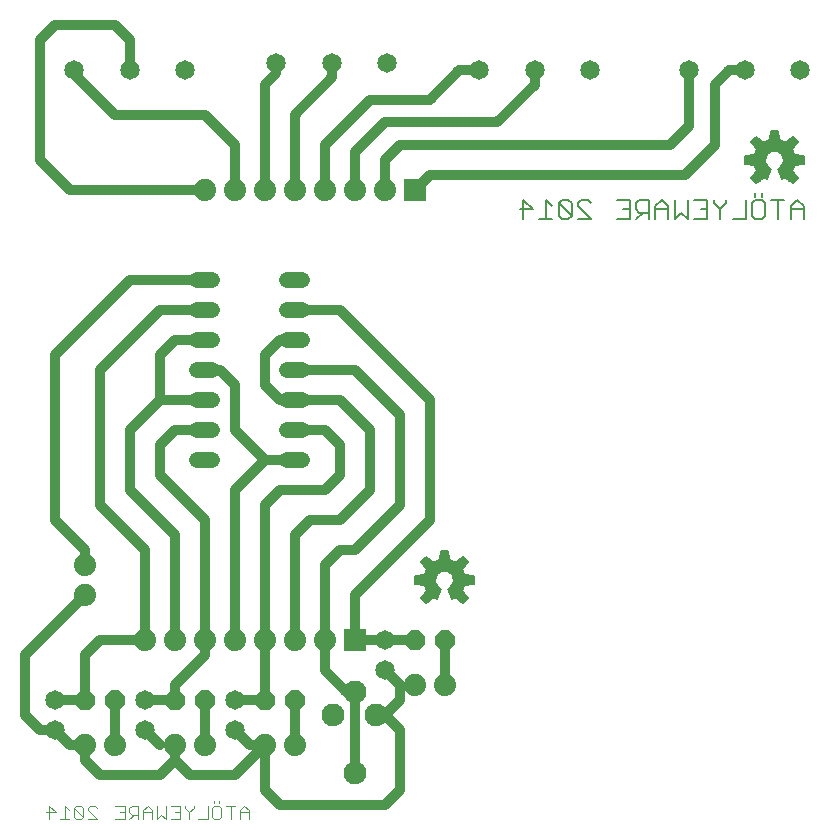
<source format=gbl>
G75*
%MOIN*%
%OFA0B0*%
%FSLAX24Y24*%
%IPPOS*%
%LPD*%
%AMOC8*
5,1,8,0,0,1.08239X$1,22.5*
%
%ADD10C,0.0060*%
%ADD11C,0.0040*%
%ADD12OC8,0.0660*%
%ADD13C,0.0650*%
%ADD14C,0.0520*%
%ADD15C,0.0740*%
%ADD16R,0.0740X0.0740*%
%ADD17C,0.0760*%
%ADD18C,0.0059*%
%ADD19C,0.0650*%
%ADD20C,0.0320*%
D10*
X018251Y024530D02*
X018251Y025171D01*
X018571Y024850D01*
X018144Y024850D01*
X018789Y024530D02*
X019216Y024530D01*
X019002Y024530D02*
X019002Y025171D01*
X019216Y024957D01*
X019433Y025064D02*
X019433Y024637D01*
X019540Y024530D01*
X019754Y024530D01*
X019860Y024637D01*
X019433Y025064D01*
X019540Y025171D01*
X019754Y025171D01*
X019860Y025064D01*
X019860Y024637D01*
X020078Y024530D02*
X020505Y024530D01*
X020078Y024957D01*
X020078Y025064D01*
X020185Y025171D01*
X020398Y025171D01*
X020505Y025064D01*
X021367Y025171D02*
X021794Y025171D01*
X021794Y024530D01*
X021367Y024530D01*
X021581Y024850D02*
X021794Y024850D01*
X022012Y024850D02*
X022012Y025064D01*
X022118Y025171D01*
X022439Y025171D01*
X022439Y024530D01*
X022439Y024744D02*
X022118Y024744D01*
X022012Y024850D01*
X022225Y024744D02*
X022012Y024530D01*
X022656Y024530D02*
X022656Y024957D01*
X022870Y025171D01*
X023083Y024957D01*
X023083Y024530D01*
X023301Y024530D02*
X023301Y025171D01*
X023083Y024850D02*
X022656Y024850D01*
X023301Y024530D02*
X023514Y024744D01*
X023728Y024530D01*
X023728Y025171D01*
X023945Y025171D02*
X024372Y025171D01*
X024372Y024530D01*
X023945Y024530D01*
X024159Y024850D02*
X024372Y024850D01*
X024590Y025064D02*
X024590Y025171D01*
X024590Y025064D02*
X024803Y024850D01*
X024803Y024530D01*
X024803Y024850D02*
X025017Y025064D01*
X025017Y025171D01*
X025234Y024530D02*
X025661Y024530D01*
X025661Y025171D01*
X025879Y025064D02*
X025986Y025171D01*
X026199Y025171D01*
X026306Y025064D01*
X026306Y024637D01*
X026199Y024530D01*
X025986Y024530D01*
X025879Y024637D01*
X025879Y025064D01*
X025986Y025277D02*
X025986Y025384D01*
X026199Y025384D02*
X026199Y025277D01*
X026523Y025171D02*
X026950Y025171D01*
X026737Y025171D02*
X026737Y024530D01*
X027168Y024530D02*
X027168Y024957D01*
X027381Y025171D01*
X027595Y024957D01*
X027595Y024530D01*
X027595Y024850D02*
X027168Y024850D01*
D11*
X002429Y004980D02*
X002429Y004520D01*
X002353Y004750D02*
X002660Y004750D01*
X002429Y004980D01*
X002966Y004980D02*
X002966Y004520D01*
X002813Y004520D02*
X003120Y004520D01*
X003273Y004597D02*
X003350Y004520D01*
X003504Y004520D01*
X003580Y004597D01*
X003273Y004904D01*
X003273Y004597D01*
X003120Y004827D02*
X002966Y004980D01*
X003273Y004904D02*
X003350Y004980D01*
X003504Y004980D01*
X003580Y004904D01*
X003580Y004597D01*
X003734Y004520D02*
X004041Y004520D01*
X003734Y004827D01*
X003734Y004904D01*
X003810Y004980D01*
X003964Y004980D01*
X004041Y004904D01*
X004655Y004980D02*
X004961Y004980D01*
X004961Y004520D01*
X004655Y004520D01*
X004808Y004750D02*
X004961Y004750D01*
X005115Y004750D02*
X005192Y004673D01*
X005422Y004673D01*
X005422Y004520D02*
X005422Y004980D01*
X005192Y004980D01*
X005115Y004904D01*
X005115Y004750D01*
X005268Y004673D02*
X005115Y004520D01*
X005575Y004520D02*
X005575Y004827D01*
X005729Y004980D01*
X005882Y004827D01*
X005882Y004520D01*
X006036Y004520D02*
X006036Y004980D01*
X005882Y004750D02*
X005575Y004750D01*
X006036Y004520D02*
X006189Y004673D01*
X006343Y004520D01*
X006343Y004980D01*
X006496Y004980D02*
X006803Y004980D01*
X006803Y004520D01*
X006496Y004520D01*
X006650Y004750D02*
X006803Y004750D01*
X006957Y004904D02*
X006957Y004980D01*
X006957Y004904D02*
X007110Y004750D01*
X007110Y004520D01*
X007110Y004750D02*
X007263Y004904D01*
X007263Y004980D01*
X007417Y004520D02*
X007724Y004520D01*
X007724Y004980D01*
X007877Y004904D02*
X007954Y004980D01*
X008107Y004980D01*
X008184Y004904D01*
X008184Y004597D01*
X008107Y004520D01*
X007954Y004520D01*
X007877Y004597D01*
X007877Y004904D01*
X007954Y005057D02*
X007954Y005134D01*
X008107Y005134D02*
X008107Y005057D01*
X008338Y004980D02*
X008645Y004980D01*
X008491Y004980D02*
X008491Y004520D01*
X008798Y004520D02*
X008798Y004827D01*
X008952Y004980D01*
X009105Y004827D01*
X009105Y004520D01*
X009105Y004750D02*
X008798Y004750D01*
D12*
X009625Y008500D03*
X010625Y008500D03*
X007625Y008500D03*
X006625Y008500D03*
X004625Y008500D03*
X003625Y008500D03*
X014625Y010500D03*
X015625Y010500D03*
D13*
X013625Y010500D03*
X013625Y009500D03*
X008625Y008500D03*
X008625Y007500D03*
X005625Y007500D03*
X005625Y008500D03*
X002625Y008500D03*
X002625Y007500D03*
D14*
X007365Y016500D02*
X007885Y016500D01*
X007885Y017500D02*
X007365Y017500D01*
X007365Y018500D02*
X007885Y018500D01*
X007885Y019500D02*
X007365Y019500D01*
X007365Y020500D02*
X007885Y020500D01*
X007885Y021500D02*
X007365Y021500D01*
X007365Y022500D02*
X007885Y022500D01*
X010365Y022500D02*
X010885Y022500D01*
X010885Y021500D02*
X010365Y021500D01*
X010365Y020500D02*
X010885Y020500D01*
X010885Y019500D02*
X010365Y019500D01*
X010365Y018500D02*
X010885Y018500D01*
X010885Y017500D02*
X010365Y017500D01*
X010365Y016500D02*
X010885Y016500D01*
D15*
X010625Y010500D03*
X009625Y010500D03*
X008625Y010500D03*
X007625Y010500D03*
X006625Y010500D03*
X005625Y010500D03*
X003625Y012000D03*
X003625Y013000D03*
X003625Y007000D03*
X004625Y007000D03*
X006625Y007000D03*
X007625Y007000D03*
X009625Y007000D03*
X010625Y007000D03*
X011625Y010500D03*
X014625Y009000D03*
X015625Y009000D03*
X013625Y025500D03*
X012625Y025500D03*
X011625Y025500D03*
X010625Y025500D03*
X009625Y025500D03*
X008625Y025500D03*
X007625Y025500D03*
D16*
X014625Y025500D03*
X012625Y010500D03*
D17*
X012625Y008772D03*
X011897Y007984D03*
X013353Y007984D03*
X012625Y006055D03*
D18*
X015019Y011724D02*
X015266Y011926D01*
X015366Y011875D01*
X015507Y012216D01*
X015454Y012244D01*
X015407Y012282D01*
X015369Y012329D01*
X015341Y012382D01*
X015323Y012440D01*
X015317Y012500D01*
X015324Y012563D01*
X015343Y012623D01*
X015374Y012678D01*
X015416Y012725D01*
X015466Y012763D01*
X015523Y012790D01*
X015585Y012805D01*
X015648Y012807D01*
X015710Y012796D01*
X015769Y012772D01*
X015821Y012737D01*
X015865Y012692D01*
X015900Y012639D01*
X015922Y012580D01*
X015932Y012517D01*
X015929Y012454D01*
X015913Y012393D01*
X015885Y012336D01*
X015847Y012287D01*
X015798Y012246D01*
X015743Y012216D01*
X015884Y011875D01*
X015984Y011926D01*
X016231Y011724D01*
X016401Y011894D01*
X016199Y012141D01*
X016250Y012241D01*
X016284Y012348D01*
X016602Y012380D01*
X016602Y012620D01*
X016284Y012652D01*
X016250Y012759D01*
X016199Y012859D01*
X016401Y013106D01*
X016231Y013276D01*
X015984Y013074D01*
X015884Y013125D01*
X015777Y013159D01*
X015745Y013477D01*
X015505Y013477D01*
X015473Y013159D01*
X015366Y013125D01*
X015266Y013074D01*
X015019Y013276D01*
X014849Y013106D01*
X015051Y012859D01*
X015000Y012759D01*
X014966Y012652D01*
X014648Y012620D01*
X014648Y012380D01*
X014966Y012348D01*
X015000Y012241D01*
X015051Y012141D01*
X014849Y011894D01*
X015019Y011724D01*
X014973Y011770D02*
X015075Y011770D01*
X015145Y011828D02*
X014916Y011828D01*
X014858Y011885D02*
X015216Y011885D01*
X015346Y011885D02*
X015370Y011885D01*
X015394Y011943D02*
X014889Y011943D01*
X014936Y012000D02*
X015418Y012000D01*
X015442Y012058D02*
X014983Y012058D01*
X015030Y012115D02*
X015466Y012115D01*
X015489Y012173D02*
X015035Y012173D01*
X015005Y012230D02*
X015480Y012230D01*
X015403Y012288D02*
X014985Y012288D01*
X014966Y012346D02*
X015360Y012346D01*
X015335Y012403D02*
X014648Y012403D01*
X014648Y012461D02*
X015321Y012461D01*
X015319Y012518D02*
X014648Y012518D01*
X014648Y012576D02*
X015328Y012576D01*
X015349Y012633D02*
X014780Y012633D01*
X014978Y012691D02*
X015385Y012691D01*
X015446Y012748D02*
X014996Y012748D01*
X015024Y012806D02*
X015621Y012806D01*
X015652Y012806D02*
X016226Y012806D01*
X016203Y012864D02*
X015047Y012864D01*
X015000Y012921D02*
X016250Y012921D01*
X016297Y012979D02*
X014953Y012979D01*
X014906Y013036D02*
X016344Y013036D01*
X016391Y013094D02*
X016008Y013094D01*
X015945Y013094D02*
X015305Y013094D01*
X015242Y013094D02*
X014859Y013094D01*
X014895Y013151D02*
X015171Y013151D01*
X015101Y013209D02*
X014952Y013209D01*
X015010Y013266D02*
X015030Y013266D01*
X015448Y013151D02*
X015802Y013151D01*
X015772Y013209D02*
X015478Y013209D01*
X015484Y013266D02*
X015766Y013266D01*
X015760Y013324D02*
X015490Y013324D01*
X015495Y013382D02*
X015755Y013382D01*
X015749Y013439D02*
X015501Y013439D01*
X016079Y013151D02*
X016355Y013151D01*
X016298Y013209D02*
X016149Y013209D01*
X016220Y013266D02*
X016240Y013266D01*
X016254Y012748D02*
X015804Y012748D01*
X015866Y012691D02*
X016272Y012691D01*
X016470Y012633D02*
X015902Y012633D01*
X015923Y012576D02*
X016602Y012576D01*
X016602Y012518D02*
X015932Y012518D01*
X015929Y012461D02*
X016602Y012461D01*
X016602Y012403D02*
X015916Y012403D01*
X015890Y012346D02*
X016284Y012346D01*
X016265Y012288D02*
X015848Y012288D01*
X015770Y012230D02*
X016245Y012230D01*
X016215Y012173D02*
X015761Y012173D01*
X015784Y012115D02*
X016220Y012115D01*
X016267Y012058D02*
X015808Y012058D01*
X015832Y012000D02*
X016314Y012000D01*
X016361Y011943D02*
X015856Y011943D01*
X015880Y011885D02*
X015904Y011885D01*
X016034Y011885D02*
X016392Y011885D01*
X016334Y011828D02*
X016105Y011828D01*
X016175Y011770D02*
X016277Y011770D01*
X026019Y025724D02*
X025849Y025894D01*
X026051Y026141D01*
X026000Y026241D01*
X025966Y026348D01*
X025648Y026380D01*
X025648Y026620D01*
X025966Y026652D01*
X026000Y026759D01*
X026051Y026859D01*
X025849Y027106D01*
X026019Y027276D01*
X026266Y027074D01*
X026366Y027125D01*
X026473Y027159D01*
X026505Y027477D01*
X026745Y027477D01*
X026777Y027159D01*
X026884Y027125D01*
X026984Y027074D01*
X027231Y027276D01*
X027401Y027106D01*
X027199Y026859D01*
X027250Y026759D01*
X027284Y026652D01*
X027602Y026620D01*
X027602Y026380D01*
X027284Y026348D01*
X027250Y026241D01*
X027199Y026141D01*
X027401Y025894D01*
X027231Y025724D01*
X026984Y025926D01*
X026884Y025875D01*
X026743Y026216D01*
X026798Y026246D01*
X026847Y026287D01*
X026885Y026336D01*
X026913Y026393D01*
X026929Y026454D01*
X026932Y026517D01*
X026922Y026580D01*
X026900Y026639D01*
X026865Y026692D01*
X026821Y026737D01*
X026769Y026772D01*
X026710Y026796D01*
X026648Y026807D01*
X026585Y026805D01*
X026523Y026790D01*
X026466Y026763D01*
X026416Y026725D01*
X026374Y026678D01*
X026343Y026623D01*
X026324Y026563D01*
X026317Y026500D01*
X026323Y026440D01*
X026341Y026382D01*
X026369Y026329D01*
X026407Y026282D01*
X026454Y026244D01*
X026507Y026216D01*
X026366Y025875D01*
X026266Y025926D01*
X026019Y025724D01*
X025987Y025756D02*
X026058Y025756D01*
X026128Y025813D02*
X025930Y025813D01*
X025872Y025871D02*
X026199Y025871D01*
X026388Y025929D02*
X025878Y025929D01*
X025925Y025986D02*
X026412Y025986D01*
X026436Y026044D02*
X025971Y026044D01*
X026018Y026101D02*
X026460Y026101D01*
X026484Y026159D02*
X026042Y026159D01*
X026013Y026216D02*
X026506Y026216D01*
X026418Y026274D02*
X025989Y026274D01*
X025971Y026331D02*
X026368Y026331D01*
X026339Y026389D02*
X025648Y026389D01*
X025648Y026447D02*
X026323Y026447D01*
X026318Y026504D02*
X025648Y026504D01*
X025648Y026562D02*
X026324Y026562D01*
X026342Y026619D02*
X025648Y026619D01*
X025974Y026677D02*
X026373Y026677D01*
X026428Y026734D02*
X025992Y026734D01*
X026017Y026792D02*
X026530Y026792D01*
X026719Y026792D02*
X027233Y026792D01*
X027258Y026734D02*
X026824Y026734D01*
X026875Y026677D02*
X027276Y026677D01*
X027204Y026849D02*
X026046Y026849D01*
X026012Y026907D02*
X027238Y026907D01*
X027285Y026965D02*
X025965Y026965D01*
X025918Y027022D02*
X027332Y027022D01*
X027379Y027080D02*
X026991Y027080D01*
X026972Y027080D02*
X026278Y027080D01*
X026259Y027080D02*
X025871Y027080D01*
X025881Y027137D02*
X026189Y027137D01*
X026118Y027195D02*
X025938Y027195D01*
X025996Y027252D02*
X026047Y027252D01*
X026404Y027137D02*
X026846Y027137D01*
X026774Y027195D02*
X026476Y027195D01*
X026482Y027252D02*
X026768Y027252D01*
X026762Y027310D02*
X026488Y027310D01*
X026494Y027367D02*
X026756Y027367D01*
X026750Y027425D02*
X026500Y027425D01*
X027061Y027137D02*
X027369Y027137D01*
X027312Y027195D02*
X027132Y027195D01*
X027203Y027252D02*
X027254Y027252D01*
X026907Y026619D02*
X027602Y026619D01*
X027602Y026562D02*
X026925Y026562D01*
X026931Y026504D02*
X027602Y026504D01*
X027602Y026447D02*
X026927Y026447D01*
X026911Y026389D02*
X027602Y026389D01*
X027279Y026331D02*
X026882Y026331D01*
X026832Y026274D02*
X027261Y026274D01*
X027237Y026216D02*
X026744Y026216D01*
X026766Y026159D02*
X027208Y026159D01*
X027232Y026101D02*
X026790Y026101D01*
X026814Y026044D02*
X027279Y026044D01*
X027325Y025986D02*
X026838Y025986D01*
X026862Y025929D02*
X027372Y025929D01*
X027378Y025871D02*
X027051Y025871D01*
X027122Y025813D02*
X027320Y025813D01*
X027263Y025756D02*
X027192Y025756D01*
D19*
X027464Y029496D03*
X025625Y029492D03*
X023763Y029492D03*
X020464Y029496D03*
X018625Y029492D03*
X016763Y029492D03*
X013714Y029746D03*
X011875Y029742D03*
X010013Y029742D03*
X006964Y029496D03*
X005125Y029492D03*
X003263Y029492D03*
D20*
X003263Y029362D01*
X004625Y028000D01*
X007625Y028000D01*
X008625Y027000D01*
X008625Y025500D01*
X007625Y025500D02*
X003125Y025500D01*
X002125Y026500D01*
X002125Y030500D01*
X002625Y031000D01*
X004625Y031000D01*
X005125Y030500D01*
X005125Y029492D01*
X009625Y029000D02*
X009625Y025500D01*
X010625Y025500D02*
X010625Y028000D01*
X011875Y029250D01*
X011875Y029742D01*
X013125Y028500D02*
X011625Y027000D01*
X011625Y025500D01*
X012625Y025500D02*
X012625Y026750D01*
X013625Y027750D01*
X017375Y027750D01*
X018625Y029000D01*
X018625Y029492D01*
X016763Y029492D02*
X016117Y029492D01*
X015125Y028500D01*
X013125Y028500D01*
X014125Y027000D02*
X013625Y026500D01*
X013625Y025500D01*
X014625Y025500D02*
X015125Y026000D01*
X023625Y026000D01*
X024625Y027000D01*
X024625Y029000D01*
X025117Y029492D01*
X025625Y029492D01*
X023763Y029492D02*
X023763Y027638D01*
X023125Y027000D01*
X014125Y027000D01*
X010013Y029388D02*
X009625Y029000D01*
X010013Y029388D02*
X010013Y029742D01*
X007625Y022500D02*
X005125Y022500D01*
X002625Y020000D01*
X002625Y014500D01*
X003625Y013500D01*
X003625Y013000D01*
X003625Y012000D02*
X001625Y010000D01*
X001625Y008000D01*
X002125Y007500D01*
X002625Y007500D01*
X003125Y007000D01*
X003625Y007000D01*
X003625Y006500D01*
X004125Y006000D01*
X006125Y006000D01*
X006625Y006500D01*
X007125Y006000D01*
X008625Y006000D01*
X009625Y007000D01*
X009625Y005500D01*
X010125Y005000D01*
X013625Y005000D01*
X014125Y005500D01*
X014125Y007500D01*
X013625Y008000D01*
X014125Y008500D01*
X014125Y009000D01*
X013625Y009500D01*
X013625Y010500D02*
X014625Y010500D01*
X012625Y010500D01*
X012625Y012000D01*
X015125Y014500D01*
X015125Y018500D01*
X012125Y021500D01*
X010625Y021500D01*
X010625Y020500D02*
X010125Y020500D01*
X009625Y020000D01*
X009625Y019000D01*
X010125Y018500D01*
X010625Y018500D02*
X012125Y018500D01*
X013125Y017500D01*
X013125Y015500D01*
X012125Y014500D01*
X011125Y014500D01*
X010625Y014000D01*
X010625Y010500D01*
X011625Y010500D02*
X011625Y009500D01*
X012353Y008772D01*
X012625Y008772D01*
X012625Y006055D01*
X013353Y007984D02*
X013369Y008000D01*
X013625Y008000D01*
X015625Y009000D02*
X015625Y010500D01*
X012625Y013500D02*
X014125Y015000D01*
X014125Y018000D01*
X012625Y019500D01*
X010625Y019500D01*
X010625Y017500D02*
X011625Y017500D01*
X012125Y017000D01*
X012125Y016000D01*
X011625Y015500D01*
X010125Y015500D01*
X009625Y015000D01*
X009625Y010500D01*
X009625Y008500D01*
X008625Y008500D01*
X008625Y007500D02*
X009125Y007000D01*
X009625Y007000D01*
X010625Y007000D02*
X010625Y008500D01*
X011625Y010500D02*
X011625Y013000D01*
X012125Y013500D01*
X012625Y013500D01*
X010625Y016500D02*
X009625Y016500D01*
X008625Y017500D01*
X008625Y019000D01*
X008125Y019500D01*
X007625Y019500D01*
X007625Y020500D02*
X006625Y020500D01*
X006125Y020000D01*
X006125Y018500D01*
X007625Y018500D01*
X007625Y017500D02*
X006625Y017500D01*
X006125Y017000D01*
X006125Y016000D01*
X007625Y014500D01*
X007625Y010500D01*
X007625Y010000D01*
X006625Y009000D01*
X006625Y008500D01*
X005625Y008500D01*
X005625Y007500D02*
X006125Y007000D01*
X006625Y007000D02*
X006625Y006500D01*
X007625Y007000D02*
X007625Y008500D01*
X006625Y010500D02*
X006625Y014000D01*
X005125Y015500D01*
X005125Y017500D01*
X006125Y018500D01*
X004125Y019500D02*
X006125Y021500D01*
X007625Y021500D01*
X004125Y019500D02*
X004125Y015000D01*
X005625Y013500D01*
X005625Y010500D01*
X004125Y010500D01*
X003625Y010000D01*
X003625Y008500D01*
X002625Y008500D01*
X004625Y008500D02*
X004625Y007000D01*
X008625Y010500D02*
X008625Y015500D01*
X009625Y016500D01*
M02*

</source>
